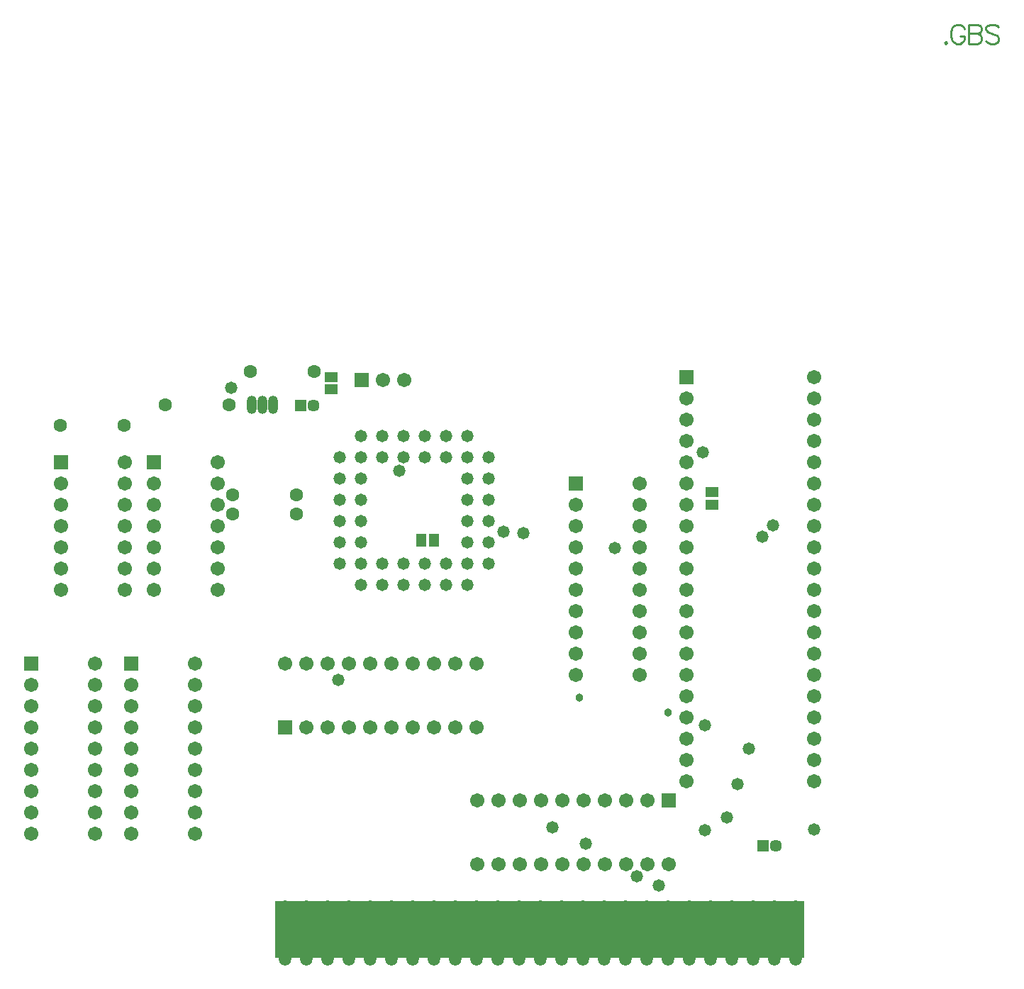
<source format=gbs>
%FSLAX25Y25*%
%MOIN*%
G70*
G01*
G75*
G04 Layer_Color=16711935*
%ADD10R,0.04331X0.05512*%
%ADD11R,0.04331X0.06693*%
%ADD12O,0.05000X0.30000*%
%ADD13C,0.02000*%
%ADD14C,0.00800*%
%ADD15C,0.00900*%
%ADD16C,0.04921*%
%ADD17R,0.04921X0.04921*%
%ADD18R,0.05906X0.05906*%
%ADD19C,0.05906*%
%ADD20C,0.05906*%
%ADD21C,0.05512*%
%ADD22R,0.05906X0.05906*%
%ADD23R,0.05906X0.05906*%
%ADD24C,0.05000*%
%ADD25O,0.03937X0.07874*%
%ADD26C,0.03000*%
%ADD27R,0.05512X0.04331*%
%ADD28C,0.01000*%
%ADD29C,0.00787*%
%ADD30C,0.00984*%
%ADD31C,0.02362*%
%ADD32C,0.00591*%
%ADD33R,0.31000X0.13000*%
%ADD34R,2.55000X0.29000*%
%ADD35R,2.59000X0.02000*%
%ADD36R,0.05131X0.06312*%
%ADD37R,0.05131X0.07493*%
%ADD38O,0.05800X0.30800*%
%ADD39C,0.05721*%
%ADD40R,0.05721X0.05721*%
%ADD41R,0.06706X0.06706*%
%ADD42C,0.06706*%
%ADD43C,0.06706*%
%ADD44C,0.06312*%
%ADD45R,0.06706X0.06706*%
%ADD46R,0.06706X0.06706*%
%ADD47C,0.05800*%
%ADD48O,0.04737X0.08674*%
%ADD49C,0.03800*%
%ADD50R,2.49000X0.27000*%
%ADD51R,0.06312X0.05131*%
D15*
X442528Y433157D02*
X442100Y432728D01*
X442528Y432300D01*
X442957Y432728D01*
X442528Y433157D01*
X451355Y439156D02*
X450927Y440013D01*
X450070Y440870D01*
X449213Y441298D01*
X447499D01*
X446642Y440870D01*
X445785Y440013D01*
X445357Y439156D01*
X444928Y437870D01*
Y435728D01*
X445357Y434442D01*
X445785Y433585D01*
X446642Y432728D01*
X447499Y432300D01*
X449213D01*
X450070Y432728D01*
X450927Y433585D01*
X451355Y434442D01*
Y435728D01*
X449213D02*
X451355D01*
X453412Y441298D02*
Y432300D01*
Y441298D02*
X457268D01*
X458554Y440870D01*
X458982Y440441D01*
X459411Y439584D01*
Y438727D01*
X458982Y437870D01*
X458554Y437442D01*
X457268Y437013D01*
X453412D02*
X457268D01*
X458554Y436585D01*
X458982Y436156D01*
X459411Y435299D01*
Y434014D01*
X458982Y433157D01*
X458554Y432728D01*
X457268Y432300D01*
X453412D01*
X467423Y440013D02*
X466566Y440870D01*
X465281Y441298D01*
X463567D01*
X462281Y440870D01*
X461424Y440013D01*
Y439156D01*
X461853Y438299D01*
X462281Y437870D01*
X463138Y437442D01*
X465709Y436585D01*
X466566Y436156D01*
X466995Y435728D01*
X467423Y434871D01*
Y433585D01*
X466566Y432728D01*
X465281Y432300D01*
X463567D01*
X462281Y432728D01*
X461424Y433585D01*
D36*
X196047Y198700D02*
D03*
X201953D02*
D03*
D38*
X132100Y14300D02*
D03*
X142100D02*
D03*
X152100D02*
D03*
X162100D02*
D03*
X172100D02*
D03*
X182100D02*
D03*
X192100D02*
D03*
X202100D02*
D03*
X212100D02*
D03*
X222100D02*
D03*
X232100D02*
D03*
X242100D02*
D03*
X252100D02*
D03*
X262100D02*
D03*
X272100D02*
D03*
X282100D02*
D03*
X292100D02*
D03*
X302100D02*
D03*
X312100D02*
D03*
X322100D02*
D03*
X332100D02*
D03*
X342100D02*
D03*
X352100D02*
D03*
X362100D02*
D03*
X372100D02*
D03*
D39*
X362553Y55300D02*
D03*
X145253Y262200D02*
D03*
D40*
X356647Y55300D02*
D03*
X139347Y262200D02*
D03*
D41*
X312400Y76500D02*
D03*
X132000Y110900D02*
D03*
D42*
X302400Y76500D02*
D03*
X292400D02*
D03*
X282400D02*
D03*
X272400D02*
D03*
X262400D02*
D03*
X252400D02*
D03*
X242400D02*
D03*
X232400D02*
D03*
X222400D02*
D03*
X312400Y46500D02*
D03*
X292400D02*
D03*
X282400D02*
D03*
X272400D02*
D03*
X262400D02*
D03*
X252400D02*
D03*
X242400D02*
D03*
X232400D02*
D03*
X222400D02*
D03*
X56600Y175500D02*
D03*
Y185500D02*
D03*
Y195500D02*
D03*
Y205500D02*
D03*
Y215500D02*
D03*
Y225500D02*
D03*
Y235500D02*
D03*
X26600Y175500D02*
D03*
Y185500D02*
D03*
Y195500D02*
D03*
Y205500D02*
D03*
Y215500D02*
D03*
Y225500D02*
D03*
X320700Y265500D02*
D03*
Y255500D02*
D03*
Y245500D02*
D03*
Y235500D02*
D03*
Y225500D02*
D03*
Y215500D02*
D03*
Y205500D02*
D03*
Y195500D02*
D03*
Y185500D02*
D03*
Y175500D02*
D03*
Y165500D02*
D03*
Y155500D02*
D03*
Y145500D02*
D03*
Y135500D02*
D03*
Y125500D02*
D03*
Y115500D02*
D03*
Y105500D02*
D03*
Y95500D02*
D03*
Y85500D02*
D03*
X380700Y275500D02*
D03*
Y265500D02*
D03*
Y255500D02*
D03*
Y245500D02*
D03*
Y235500D02*
D03*
Y225500D02*
D03*
Y215500D02*
D03*
Y205500D02*
D03*
Y195500D02*
D03*
Y185500D02*
D03*
Y175500D02*
D03*
Y165500D02*
D03*
Y155500D02*
D03*
Y145500D02*
D03*
Y135500D02*
D03*
Y125500D02*
D03*
Y115500D02*
D03*
Y105500D02*
D03*
Y95500D02*
D03*
Y85500D02*
D03*
X142000Y110900D02*
D03*
X152000D02*
D03*
X162000D02*
D03*
X172000D02*
D03*
X182000D02*
D03*
X192000D02*
D03*
X202000D02*
D03*
X212000D02*
D03*
X222000D02*
D03*
X132000Y140900D02*
D03*
X152000D02*
D03*
X162000D02*
D03*
X172000D02*
D03*
X182000D02*
D03*
X192000D02*
D03*
X202000D02*
D03*
X212000D02*
D03*
X222000D02*
D03*
X268800Y215500D02*
D03*
Y205500D02*
D03*
Y195500D02*
D03*
Y185500D02*
D03*
Y175500D02*
D03*
Y165500D02*
D03*
Y155500D02*
D03*
Y145500D02*
D03*
Y135500D02*
D03*
X298800Y225500D02*
D03*
Y205500D02*
D03*
Y195500D02*
D03*
Y185500D02*
D03*
Y175500D02*
D03*
Y165500D02*
D03*
Y155500D02*
D03*
Y145500D02*
D03*
Y135500D02*
D03*
D43*
X302400Y46500D02*
D03*
X70200Y225500D02*
D03*
Y215500D02*
D03*
Y205500D02*
D03*
Y195500D02*
D03*
Y185500D02*
D03*
Y175500D02*
D03*
X100200Y235500D02*
D03*
Y225500D02*
D03*
Y215500D02*
D03*
Y205500D02*
D03*
Y195500D02*
D03*
Y185500D02*
D03*
Y175500D02*
D03*
X178100Y274200D02*
D03*
X188100D02*
D03*
X142000Y140900D02*
D03*
X298800Y215500D02*
D03*
X59500Y130900D02*
D03*
Y120900D02*
D03*
Y110900D02*
D03*
Y100900D02*
D03*
Y90900D02*
D03*
Y80900D02*
D03*
Y70900D02*
D03*
Y60900D02*
D03*
X89500Y140900D02*
D03*
Y130900D02*
D03*
Y120900D02*
D03*
Y110900D02*
D03*
Y100900D02*
D03*
Y90900D02*
D03*
Y80900D02*
D03*
Y70900D02*
D03*
Y60900D02*
D03*
X12800Y130900D02*
D03*
Y120900D02*
D03*
Y110900D02*
D03*
Y100900D02*
D03*
Y90900D02*
D03*
Y80900D02*
D03*
Y70900D02*
D03*
Y60900D02*
D03*
X42800Y140900D02*
D03*
Y130900D02*
D03*
Y120900D02*
D03*
Y110900D02*
D03*
Y100900D02*
D03*
Y90900D02*
D03*
Y80900D02*
D03*
Y70900D02*
D03*
Y60900D02*
D03*
D44*
X107200Y211200D02*
D03*
X137200D02*
D03*
X107200Y220000D02*
D03*
X137200D02*
D03*
X56400Y252700D02*
D03*
X26400D02*
D03*
X145800Y278300D02*
D03*
X115800D02*
D03*
X105700Y262400D02*
D03*
X75700D02*
D03*
D45*
X70200Y235500D02*
D03*
X168100Y274200D02*
D03*
X59500Y140900D02*
D03*
X12800D02*
D03*
D46*
X26600Y235500D02*
D03*
X320700Y275500D02*
D03*
X268800Y225500D02*
D03*
D47*
X157700Y237800D02*
D03*
Y227800D02*
D03*
Y217800D02*
D03*
Y207800D02*
D03*
Y197800D02*
D03*
Y187800D02*
D03*
X167700Y247800D02*
D03*
Y237800D02*
D03*
Y227800D02*
D03*
Y217800D02*
D03*
Y207800D02*
D03*
Y197800D02*
D03*
Y187800D02*
D03*
Y177800D02*
D03*
X177700Y247800D02*
D03*
Y237800D02*
D03*
Y187800D02*
D03*
Y177800D02*
D03*
X187700Y247800D02*
D03*
Y237800D02*
D03*
Y187800D02*
D03*
X197700Y247800D02*
D03*
Y237800D02*
D03*
Y187800D02*
D03*
Y177800D02*
D03*
X207700Y247800D02*
D03*
Y187800D02*
D03*
Y177800D02*
D03*
X217700Y247800D02*
D03*
Y237800D02*
D03*
Y227800D02*
D03*
Y217800D02*
D03*
Y207800D02*
D03*
Y197800D02*
D03*
Y187800D02*
D03*
Y177800D02*
D03*
X227700Y237800D02*
D03*
Y227800D02*
D03*
Y217800D02*
D03*
Y207800D02*
D03*
Y197800D02*
D03*
Y187800D02*
D03*
X187700Y177800D02*
D03*
X207700Y237800D02*
D03*
X329400Y62400D02*
D03*
X356300Y200600D02*
D03*
X349900Y100800D02*
D03*
X257600Y63700D02*
D03*
X361400Y205700D02*
D03*
X244100Y202000D02*
D03*
X380700Y62800D02*
D03*
X307500Y36600D02*
D03*
X287000Y195100D02*
D03*
X234500Y202800D02*
D03*
X273400Y56200D02*
D03*
X328400Y240300D02*
D03*
X329200Y111800D02*
D03*
X106500Y270500D02*
D03*
X185700Y231600D02*
D03*
X156900Y133100D02*
D03*
X339500Y68500D02*
D03*
X344700Y84100D02*
D03*
X272300Y46400D02*
D03*
X297300Y40800D02*
D03*
D48*
X116400Y262400D02*
D03*
X121400D02*
D03*
X126400D02*
D03*
D49*
X270200Y124800D02*
D03*
X312100Y117800D02*
D03*
D50*
X251600Y15800D02*
D03*
D51*
X153500Y269747D02*
D03*
Y275653D02*
D03*
X332600Y215647D02*
D03*
Y221553D02*
D03*
M02*

</source>
